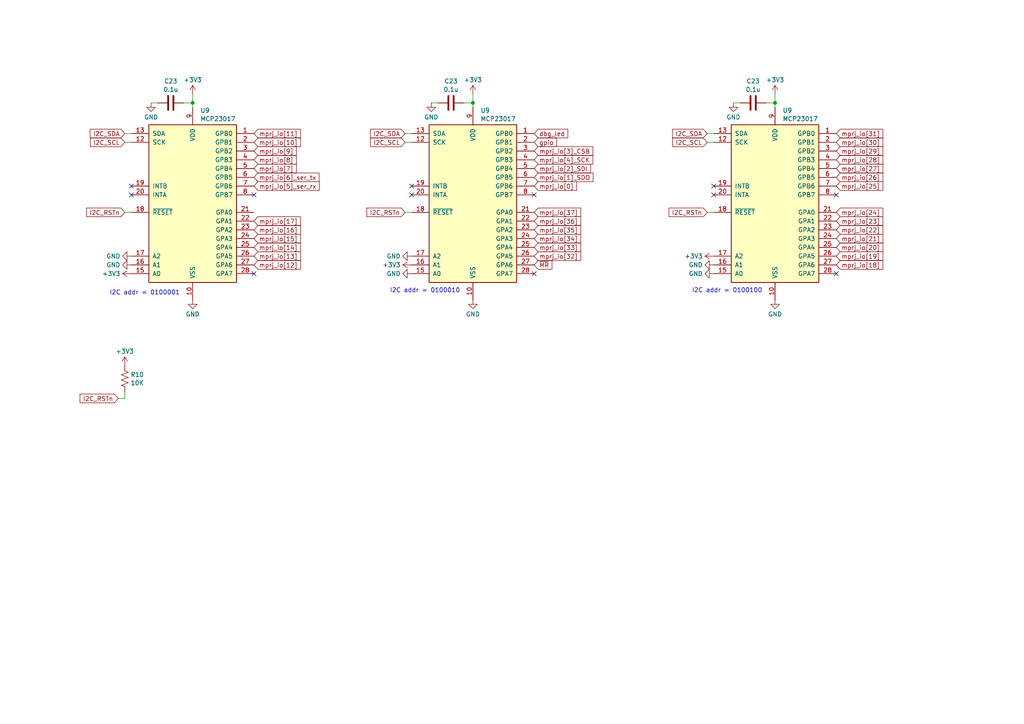
<source format=kicad_sch>
(kicad_sch (version 20230121) (generator eeschema)
  (paper "A4")
  (lib_symbols
    (symbol "Device:C" (pin_numbers hide) (pin_names (offset 0.254))
      (property "Reference" "C" (at 0.635 2.54 0))
      (property "Value" "C" (at 0.635 -2.54 0))
      (symbol "C_0_1"
        (polyline (pts (xy -2.032 -0.762) (xy 2.032 -0.762)) (stroke (width 0.508)))
        (polyline (pts (xy -2.032 0.762) (xy 2.032 0.762)) (stroke (width 0.508)))
      )
      (symbol "C_1_1"
        (pin passive line (at 0 3.81 270) (length 2.794) (name "~") (number "1"))
        (pin passive line (at 0 -3.81 90) (length 2.794) (name "~") (number "2"))
      )
    )
    (symbol "Device:R_US" (pin_numbers hide) (pin_names (offset 0))
      (property "Reference" "R" (at 2.54 0 90))
      (property "Value" "R_US" (at -2.54 0 90))
      (symbol "R_US_0_1"
        (polyline (pts (xy 0 -2.286) (xy 0 -2.54)))
        (polyline (pts (xy 0 2.286) (xy 0 2.54)))
        (polyline (pts (xy 0 -0.762) (xy 1.016 -1.143) (xy 0 -1.524) (xy -1.016 -1.905) (xy 0 -2.286)))
        (polyline (pts (xy 0 0.762) (xy 1.016 0.381) (xy 0 0) (xy -1.016 -0.381) (xy 0 -0.762)))
        (polyline (pts (xy 0 2.286) (xy 1.016 1.905) (xy 0 1.524) (xy -1.016 1.143) (xy 0 0.762)))
      )
      (symbol "R_US_1_1"
        (pin passive line (at 0 3.81 270) (length 1.27) (name "~") (number "1"))
        (pin passive line (at 0 -3.81 90) (length 1.27) (name "~") (number "2"))
      )
    )
    (symbol "Interface_Expansion:MCP23017_SO" (pin_names (offset 1.016))
      (property "Reference" "U" (at -11.43 24.13 0))
      (property "Value" "MCP23017_SO" (at 0 0 0))
      (symbol "MCP23017_SO_0_1"
        (rectangle (start -12.7 22.86) (end 12.7 -22.86) (stroke (width 0.254)) (fill (type background)))
      )
      (symbol "MCP23017_SO_1_1"
        (pin bidirectional line (at 17.78 20.32 180) (length 5.08) (name "GPB0") (number "1"))
        (pin power_in line (at 0 -27.94 90) (length 5.08) (name "VSS") (number "10"))
        (pin no_connect line (at -12.7 15.24 0) (length 5.08) hide (name "NC") (number "11"))
        (pin input line (at -17.78 17.78 0) (length 5.08) (name "SCK") (number "12"))
        (pin bidirectional line (at -17.78 20.32 0) (length 5.08) (name "SDA") (number "13"))
        (pin no_connect line (at -12.7 12.7 0) (length 5.08) hide (name "NC") (number "14"))
        (pin input line (at -17.78 -20.32 0) (length 5.08) (name "A0") (number "15"))
        (pin input line (at -17.78 -17.78 0) (length 5.08) (name "A1") (number "16"))
        (pin input line (at -17.78 -15.24 0) (length 5.08) (name "A2") (number "17"))
        (pin input line (at -17.78 -2.54 0) (length 5.08) (name "~{RESET}") (number "18"))
        (pin tri_state line (at -17.78 5.08 0) (length 5.08) (name "INTB") (number "19"))
        (pin bidirectional line (at 17.78 17.78 180) (length 5.08) (name "GPB1") (number "2"))
        (pin tri_state line (at -17.78 2.54 0) (length 5.08) (name "INTA") (number "20"))
        (pin bidirectional line (at 17.78 -2.54 180) (length 5.08) (name "GPA0") (number "21"))
        (pin bidirectional line (at 17.78 -5.08 180) (length 5.08) (name "GPA1") (number "22"))
        (pin bidirectional line (at 17.78 -7.62 180) (length 5.08) (name "GPA2") (number "23"))
        (pin bidirectional line (at 17.78 -10.16 180) (length 5.08) (name "GPA3") (number "24"))
        (pin bidirectional line (at 17.78 -12.7 180) (length 5.08) (name "GPA4") (number "25"))
        (pin bidirectional line (at 17.78 -15.24 180) (length 5.08) (name "GPA5") (number "26"))
        (pin bidirectional line (at 17.78 -17.78 180) (length 5.08) (name "GPA6") (number "27"))
        (pin bidirectional line (at 17.78 -20.32 180) (length 5.08) (name "GPA7") (number "28"))
        (pin bidirectional line (at 17.78 15.24 180) (length 5.08) (name "GPB2") (number "3"))
        (pin bidirectional line (at 17.78 12.7 180) (length 5.08) (name "GPB3") (number "4"))
        (pin bidirectional line (at 17.78 10.16 180) (length 5.08) (name "GPB4") (number "5"))
        (pin bidirectional line (at 17.78 7.62 180) (length 5.08) (name "GPB5") (number "6"))
        (pin bidirectional line (at 17.78 5.08 180) (length 5.08) (name "GPB6") (number "7"))
        (pin bidirectional line (at 17.78 2.54 180) (length 5.08) (name "GPB7") (number "8"))
        (pin power_in line (at 0 27.94 270) (length 5.08) (name "VDD") (number "9"))
      )
    )
    (symbol "power:+3V3" (power) (pin_names (offset 0))
      (property "Value" "+3V3" (at 0 3.556 0))
      (symbol "+3V3_0_1"
        (polyline (pts (xy -0.762 1.27) (xy 0 2.54)))
        (polyline (pts (xy 0 0) (xy 0 2.54)))
        (polyline (pts (xy 0 2.54) (xy 0.762 1.27)))
      )
      (symbol "+3V3_1_1"
        (pin power_in line (at 0 0 90) (length 0) hide (name "+3V3") (number "1"))
      )
    )
    (symbol "power:GND" (power) (pin_names (offset 0))
      (property "Value" "GND" (at 0 -3.81 0))
      (symbol "GND_0_1"
        (polyline (pts (xy 0 0) (xy 0 -1.27) (xy 1.27 -1.27) (xy 0 -2.54) (xy -1.27 -1.27) (xy 0 -1.27)))
      )
      (symbol "GND_1_1"
        (pin power_in line (at 0 0 270) (length 0) hide (name "GND") (number "1"))
      )
    )
  )
  (junction (at 224.79 29.845))
  (junction (at 55.88 29.845))
  (junction (at 137.16 29.845))
  (no_connect (at 38.1 53.975))
  (no_connect (at 242.57 56.515))
  (no_connect (at 119.38 53.975))
  (no_connect (at 207.01 53.975))
  (no_connect (at 73.66 79.375))
  (no_connect (at 207.01 56.515))
  (no_connect (at 38.1 56.515))
  (no_connect (at 242.57 79.375))
  (no_connect (at 119.38 56.515))
  (no_connect (at 73.66 56.515))
  (no_connect (at 154.94 56.515))
  (no_connect (at 154.94 79.375))
  (wire (pts (xy 34.29 115.57) (xy 36.195 115.57)))
  (wire (pts (xy 134.62 29.845) (xy 137.16 29.845)))
  (wire (pts (xy 125.095 29.845) (xy 127 29.845)))
  (wire (pts (xy 55.88 29.845) (xy 55.88 31.115)))
  (wire (pts (xy 36.195 38.735) (xy 38.1 38.735)))
  (wire (pts (xy 224.79 29.845) (xy 224.79 31.115)))
  (wire (pts (xy 212.725 29.845) (xy 214.63 29.845)))
  (wire (pts (xy 55.88 27.305) (xy 55.88 29.845)))
  (wire (pts (xy 205.105 41.275) (xy 207.01 41.275)))
  (wire (pts (xy 117.475 38.735) (xy 119.38 38.735)))
  (wire (pts (xy 36.195 41.275) (xy 38.1 41.275)))
  (wire (pts (xy 117.475 61.595) (xy 119.38 61.595)))
  (wire (pts (xy 117.475 41.275) (xy 119.38 41.275)))
  (wire (pts (xy 137.16 29.845) (xy 137.16 31.115)))
  (wire (pts (xy 205.105 38.735) (xy 207.01 38.735)))
  (wire (pts (xy 222.25 29.845) (xy 224.79 29.845)))
  (wire (pts (xy 224.79 27.305) (xy 224.79 29.845)))
  (wire (pts (xy 36.195 61.595) (xy 38.1 61.595)))
  (wire (pts (xy 53.34 29.845) (xy 55.88 29.845)))
  (wire (pts (xy 205.105 61.595) (xy 207.01 61.595)))
  (wire (pts (xy 36.195 113.665) (xy 36.195 115.57)))
  (wire (pts (xy 43.815 29.845) (xy 45.72 29.845)))
  (wire (pts (xy 137.16 27.305) (xy 137.16 29.845)))
  (text "I2C addr = 0100100" (at 200.66 85.09 0) (effects (font (size 1.27 1.27)) (justify left bottom)))
  (text "I2C addr = 0100001" (at 31.75 85.725 0) (effects (font (size 1.27 1.27)) (justify left bottom)))
  (text "I2C addr = 0100010" (at 113.03 85.09 0) (effects (font (size 1.27 1.27)) (justify left bottom)))
  (global_label "mprj_io[35]" (shape input) (at 154.94 66.675 0) (property "Intersheetrefs" "${INTERSHEET_REFS}" (effects hide)))
  (global_label "mprj_io[34]" (shape input) (at 154.94 69.215 0) (property "Intersheetrefs" "${INTERSHEET_REFS}" (effects hide)))
  (global_label "mprj_io[18]" (shape input) (at 242.57 76.835 0) (property "Intersheetrefs" "${INTERSHEET_REFS}" (effects hide)))
  (global_label "mprj_io[2]_SDI" (shape input) (at 154.94 48.895 0) (property "Intersheetrefs" "${INTERSHEET_REFS}" (effects hide)))
  (global_label "mprj_io[26]" (shape input) (at 242.57 51.435 0) (property "Intersheetrefs" "${INTERSHEET_REFS}" (effects hide)))
  (global_label "mprj_io[5]_ser_rx" (shape input) (at 73.66 53.975 0) (property "Intersheetrefs" "${INTERSHEET_REFS}" (effects hide)))
  (global_label "mprj_io[22]" (shape input) (at 242.57 66.675 0) (property "Intersheetrefs" "${INTERSHEET_REFS}" (effects hide)))
  (global_label "mprj_io[30]" (shape input) (at 242.57 41.275 0) (property "Intersheetrefs" "${INTERSHEET_REFS}" (effects hide)))
  (global_label "mprj_io[6]_ser_tx" (shape input) (at 73.66 51.435 0) (property "Intersheetrefs" "${INTERSHEET_REFS}" (effects hide)))
  (global_label "mprj_io[3]_CSB" (shape input) (at 154.94 43.815 0) (property "Intersheetrefs" "${INTERSHEET_REFS}" (effects hide)))
  (global_label "mprj_io[36]" (shape input) (at 154.94 64.135 0) (property "Intersheetrefs" "${INTERSHEET_REFS}" (effects hide)))
  (global_label "I2C_SCL" (shape input) (at 36.195 41.275 180) (property "Intersheetrefs" "${INTERSHEET_REFS}" (effects hide)))
  (global_label "mprj_io[37]" (shape input) (at 154.94 61.595 0) (property "Intersheetrefs" "${INTERSHEET_REFS}" (effects hide)))
  (global_label "mprj_io[0]" (shape input) (at 154.94 53.975 0) (property "Intersheetrefs" "${INTERSHEET_REFS}" (effects hide)))
  (global_label "mprj_io[31]" (shape input) (at 242.57 38.735 0) (property "Intersheetrefs" "${INTERSHEET_REFS}" (effects hide)))
  (global_label "mprj_io[8]" (shape input) (at 73.66 46.355 0) (property "Intersheetrefs" "${INTERSHEET_REFS}" (effects hide)))
  (global_label "mprj_io[15]" (shape input) (at 73.66 69.215 0) (property "Intersheetrefs" "${INTERSHEET_REFS}" (effects hide)))
  (global_label "mprj_io[32]" (shape input) (at 154.94 74.295 0) (property "Intersheetrefs" "${INTERSHEET_REFS}" (effects hide)))
  (global_label "I2C_SCL" (shape input) (at 205.105 41.275 180) (property "Intersheetrefs" "${INTERSHEET_REFS}" (effects hide)))
  (global_label "I2C_SCL" (shape input) (at 117.475 41.275 180) (property "Intersheetrefs" "${INTERSHEET_REFS}" (effects hide)))
  (global_label "mprj_io[7]" (shape input) (at 73.66 48.895 0) (property "Intersheetrefs" "${INTERSHEET_REFS}" (effects hide)))
  (global_label "mprj_io[23]" (shape input) (at 242.57 64.135 0) (property "Intersheetrefs" "${INTERSHEET_REFS}" (effects hide)))
  (global_label "I2C_SDA" (shape input) (at 205.105 38.735 180) (property "Intersheetrefs" "${INTERSHEET_REFS}" (effects hide)))
  (global_label "mprj_io[24]" (shape input) (at 242.57 61.595 0) (property "Intersheetrefs" "${INTERSHEET_REFS}" (effects hide)))
  (global_label "mprj_io[4]_SCK" (shape input) (at 154.94 46.355 0) (property "Intersheetrefs" "${INTERSHEET_REFS}" (effects hide)))
  (global_label "mprj_io[19]" (shape input) (at 242.57 74.295 0) (property "Intersheetrefs" "${INTERSHEET_REFS}" (effects hide)))
  (global_label "mprj_io[25]" (shape input) (at 242.57 53.975 0) (property "Intersheetrefs" "${INTERSHEET_REFS}" (effects hide)))
  (global_label "I2C_RSTn" (shape input) (at 117.475 61.595 180) (property "Intersheetrefs" "${INTERSHEET_REFS}" (effects hide)))
  (global_label "mprj_io[27]" (shape input) (at 242.57 48.895 0) (property "Intersheetrefs" "${INTERSHEET_REFS}" (effects hide)))
  (global_label "mprj_io[12]" (shape input) (at 73.66 76.835 0) (property "Intersheetrefs" "${INTERSHEET_REFS}" (effects hide)))
  (global_label "~{MR}" (shape input) (at 154.94 76.835 0) (property "Intersheetrefs" "${INTERSHEET_REFS}" (effects hide)))
  (global_label "I2C_RSTn" (shape input) (at 34.29 115.57 180) (property "Intersheetrefs" "${INTERSHEET_REFS}" (effects hide)))
  (global_label "mprj_io[29]" (shape input) (at 242.57 43.815 0) (property "Intersheetrefs" "${INTERSHEET_REFS}" (effects hide)))
  (global_label "I2C_RSTn" (shape input) (at 36.195 61.595 180) (property "Intersheetrefs" "${INTERSHEET_REFS}" (effects hide)))
  (global_label "I2C_RSTn" (shape input) (at 205.105 61.595 180) (property "Intersheetrefs" "${INTERSHEET_REFS}" (effects hide)))
  (global_label "gpio" (shape input) (at 154.94 41.275 0) (property "Intersheetrefs" "${INTERSHEET_REFS}" (effects hide)))
  (global_label "mprj_io[16]" (shape input) (at 73.66 66.675 0) (property "Intersheetrefs" "${INTERSHEET_REFS}" (effects hide)))
  (global_label "dbg_led" (shape input) (at 154.94 38.735 0) (property "Intersheetrefs" "${INTERSHEET_REFS}" (effects hide)))
  (global_label "mprj_io[28]" (shape input) (at 242.57 46.355 0) (property "Intersheetrefs" "${INTERSHEET_REFS}" (effects hide)))
  (global_label "mprj_io[21]" (shape input) (at 242.57 69.215 0) (property "Intersheetrefs" "${INTERSHEET_REFS}" (effects hide)))
  (global_label "mprj_io[17]" (shape input) (at 73.66 64.135 0) (property "Intersheetrefs" "${INTERSHEET_REFS}" (effects hide)))
  (global_label "mprj_io[9]" (shape input) (at 73.66 43.815 0) (property "Intersheetrefs" "${INTERSHEET_REFS}" (effects hide)))
  (global_label "mprj_io[11]" (shape input) (at 73.66 38.735 0) (property "Intersheetrefs" "${INTERSHEET_REFS}" (effects hide)))
  (global_label "mprj_io[13]" (shape input) (at 73.66 74.295 0) (property "Intersheetrefs" "${INTERSHEET_REFS}" (effects hide)))
  (global_label "mprj_io[10]" (shape input) (at 73.66 41.275 0) (property "Intersheetrefs" "${INTERSHEET_REFS}" (effects hide)))
  (global_label "mprj_io[14]" (shape input) (at 73.66 71.755 0) (property "Intersheetrefs" "${INTERSHEET_REFS}" (effects hide)))
  (global_label "I2C_SDA" (shape input) (at 36.195 38.735 180) (property "Intersheetrefs" "${INTERSHEET_REFS}" (effects hide)))
  (global_label "I2C_SDA" (shape input) (at 117.475 38.735 180) (property "Intersheetrefs" "${INTERSHEET_REFS}" (effects hide)))
  (global_label "mprj_io[33]" (shape input) (at 154.94 71.755 0) (property "Intersheetrefs" "${INTERSHEET_REFS}" (effects hide)))
  (global_label "mprj_io[1]_SDO" (shape input) (at 154.94 51.435 0) (property "Intersheetrefs" "${INTERSHEET_REFS}" (effects hide)))
  (global_label "mprj_io[20]" (shape input) (at 242.57 71.755 0) (property "Intersheetrefs" "${INTERSHEET_REFS}" (effects hide)))
  (symbol (lib_id "power:GND") (at 119.38 79.375 270) (unit 1)
    (property "Reference" "#PWR054" (effects hide))
    (property "Value" "GND" (at 116.2051 79.375 90) (effects (justify right)))
    (instances (project "mpw3-common" (path "" (reference "#PWR054") (unit 1)) (path "" (reference "#PWR061") (unit 1))))
  )
  (symbol (lib_id "power:+3V3") (at 55.88 27.305 0) (unit 1)
    (property "Reference" "#PWR057" (effects hide))
    (property "Value" "+3V3" (at 55.88 23.1719 0))
  )
  (symbol (lib_id "Device:C") (at 218.44 29.845 270) (unit 1)
    (property "Reference" "C23" (at 218.44 23.5417 90))
    (property "Value" "0.1u" (at 218.44 25.9659 90))
    (property "Footprint" "Capacitor_SMD:C_0603_1608Metric" (effects hide))
    (property "LCSC" "C14663" (effects hide))
    (instances (project "mpw3-common" (path "" (reference "C23") (unit 1)) (path "" (reference "C25") (unit 1))))
  )
  (symbol (lib_id "power:GND") (at 207.01 76.835 270) (unit 1)
    (property "Reference" "#PWR054" (effects hide))
    (property "Value" "GND" (at 203.8351 76.835 90) (effects (justify right)))
    (instances (project "mpw3-common" (path "" (reference "#PWR054") (unit 1)) (path "" (reference "#PWR068") (unit 1))))
  )
  (symbol (lib_id "power:GND") (at 38.1 76.835 270) (unit 1)
    (property "Reference" "#PWR054" (effects hide))
    (property "Value" "GND" (at 34.9251 76.835 90) (effects (justify right)))
  )
  (symbol (lib_id "Interface_Expansion:MCP23017_SO") (at 55.88 59.055 0) (unit 1)
    (property "Reference" "U9" (at 58.0741 32.0507 0) (effects (justify left)))
    (property "Value" "MCP23017" (at 58.0741 34.4749 0) (effects (justify left)))
    (property "Footprint" "Package_SO:SOIC-28W_7.5x17.9mm_P1.27mm" (effects hide))
    (property "Datasheet" "http://ww1.microchip.com/downloads/en/DeviceDoc/20001952C.pdf" (effects hide))
    (property "LCSC" "C629440" (effects hide))
  )
  (symbol (lib_id "Interface_Expansion:MCP23017_SO") (at 224.79 59.055 0) (unit 1)
    (property "Reference" "U9" (at 226.9841 32.0507 0) (effects (justify left)))
    (property "Value" "MCP23017" (at 226.9841 34.4749 0) (effects (justify left)))
    (property "Footprint" "Package_SO:SOIC-28W_7.5x17.9mm_P1.27mm" (effects hide))
    (property "Datasheet" "http://ww1.microchip.com/downloads/en/DeviceDoc/20001952C.pdf" (effects hide))
    (property "LCSC" "C629440" (effects hide))
    (instances (project "mpw3-common" (path "" (reference "U9") (unit 1)) (path "" (reference "U11") (unit 1))))
  )
  (symbol (lib_id "Device:C") (at 130.81 29.845 270) (unit 1)
    (property "Reference" "C23" (at 130.81 23.5417 90))
    (property "Value" "0.1u" (at 130.81 25.9659 90))
    (property "Footprint" "Capacitor_SMD:C_0603_1608Metric" (effects hide))
    (property "LCSC" "C14663" (effects hide))
    (instances (project "mpw3-common" (path "" (reference "C23") (unit 1)) (path "" (reference "C24") (unit 1))))
  )
  (symbol (lib_id "power:+3V3") (at 224.79 27.305 0) (unit 1)
    (property "Reference" "#PWR057" (effects hide))
    (property "Value" "+3V3" (at 224.79 23.1719 0))
    (instances (project "mpw3-common" (path "" (reference "#PWR057") (unit 1)) (path "" (reference "#PWR071") (unit 1))))
  )
  (symbol (lib_id "power:GND") (at 125.095 29.845 0) (mirror y) (unit 1)
    (property "Reference" "#PWR056" (effects hide))
    (property "Value" "GND" (at 125.095 33.9781 0))
    (instances (project "mpw3-common" (path "" (reference "#PWR056") (unit 1)) (path "" (reference "#PWR063") (unit 1))))
  )
  (symbol (lib_id "power:GND") (at 137.16 86.995 0) (unit 1)
    (property "Reference" "#PWR058" (effects hide))
    (property "Value" "GND" (at 137.16 91.1281 0))
    (instances (project "mpw3-common" (path "" (reference "#PWR058") (unit 1)) (path "" (reference "#PWR065") (unit 1))))
  )
  (symbol (lib_id "Device:C") (at 49.53 29.845 270) (unit 1)
    (property "Reference" "C23" (at 49.53 23.5417 90))
    (property "Value" "0.1u" (at 49.53 25.9659 90))
    (property "Footprint" "Capacitor_SMD:C_0603_1608Metric" (effects hide))
    (property "LCSC" "C14663" (effects hide))
  )
  (symbol (lib_id "power:GND") (at 207.01 79.375 270) (unit 1)
    (property "Reference" "#PWR053" (effects hide))
    (property "Value" "GND" (at 203.8351 79.375 90) (effects (justify right)))
    (instances (project "mpw3-common" (path "" (reference "#PWR053") (unit 1)) (path "" (reference "#PWR067") (unit 1))))
  )
  (symbol (lib_id "power:+3V3") (at 119.38 76.835 90) (unit 1)
    (property "Reference" "#PWR055" (effects hide))
    (property "Value" "+3V3" (at 116.205 76.835 90) (effects (justify left)))
    (instances (project "mpw3-common" (path "" (reference "#PWR055") (unit 1)) (path "" (reference "#PWR062") (unit 1))))
  )
  (symbol (lib_id "power:+3V3") (at 137.16 27.305 0) (unit 1)
    (property "Reference" "#PWR057" (effects hide))
    (property "Value" "+3V3" (at 137.16 23.1719 0))
    (instances (project "mpw3-common" (path "" (reference "#PWR057") (unit 1)) (path "" (reference "#PWR064") (unit 1))))
  )
  (symbol (lib_id "Interface_Expansion:MCP23017_SO") (at 137.16 59.055 0) (unit 1)
    (property "Reference" "U9" (at 139.3541 32.0507 0) (effects (justify left)))
    (property "Value" "MCP23017" (at 139.3541 34.4749 0) (effects (justify left)))
    (property "Footprint" "Package_SO:SOIC-28W_7.5x17.9mm_P1.27mm" (effects hide))
    (property "Datasheet" "http://ww1.microchip.com/downloads/en/DeviceDoc/20001952C.pdf" (effects hide))
    (property "LCSC" "C629440" (effects hide))
    (instances (project "mpw3-common" (path "" (reference "U9") (unit 1)) (path "" (reference "U10") (unit 1))))
  )
  (symbol (lib_id "power:GND") (at 212.725 29.845 0) (mirror y) (unit 1)
    (property "Reference" "#PWR056" (effects hide))
    (property "Value" "GND" (at 212.725 33.9781 0))
    (instances (project "mpw3-common" (path "" (reference "#PWR056") (unit 1)) (path "" (reference "#PWR070") (unit 1))))
  )
  (symbol (lib_id "power:+3V3") (at 36.195 106.045 0) (unit 1)
    (property "Reference" "#PWR052" (effects hide))
    (property "Value" "+3V3" (at 36.195 101.9119 0))
    (instances (project "mpw3-common" (path "" (reference "#PWR052") (unit 1)) (path "" (reference "#PWR020") (unit 1))))
  )
  (symbol (lib_id "Device:R_US") (at 36.195 109.855 0) (unit 1)
    (property "Reference" "R10" (at 37.846 108.6429 0) (effects (justify left)))
    (property "Value" "10K" (at 37.846 111.0671 0) (effects (justify left)))
    (property "Footprint" "Resistor_SMD:R_0805_2012Metric" (effects hide))
    (instances (project "mpw3-common" (path "" (reference "R10") (unit 1)) (path "" (reference "R11") (unit 1))))
  )
  (symbol (lib_id "power:+3V3") (at 38.1 79.375 90) (unit 1)
    (property "Reference" "#PWR055" (effects hide))
    (property "Value" "+3V3" (at 34.925 79.375 90) (effects (justify left)))
  )
  (symbol (lib_id "power:GND") (at 55.88 86.995 0) (unit 1)
    (property "Reference" "#PWR058" (effects hide))
    (property "Value" "GND" (at 55.88 91.1281 0))
  )
  (symbol (lib_id "power:GND") (at 38.1 74.295 270) (unit 1)
    (property "Reference" "#PWR053" (effects hide))
    (property "Value" "GND" (at 34.9251 74.295 90) (effects (justify right)))
  )
  (symbol (lib_id "power:+3V3") (at 207.01 74.295 90) (unit 1)
    (property "Reference" "#PWR055" (effects hide))
    (property "Value" "+3V3" (at 203.835 74.295 90) (effects (justify left)))
    (instances (project "mpw3-common" (path "" (reference "#PWR055") (unit 1)) (path "" (reference "#PWR069") (unit 1))))
  )
  (symbol (lib_id "power:GND") (at 224.79 86.995 0) (unit 1)
    (property "Reference" "#PWR058" (effects hide))
    (property "Value" "GND" (at 224.79 91.1281 0))
    (instances (project "mpw3-common" (path "" (reference "#PWR058") (unit 1)) (path "" (reference "#PWR072") (unit 1))))
  )
  (symbol (lib_id "power:GND") (at 119.38 74.295 270) (unit 1)
    (property "Reference" "#PWR053" (effects hide))
    (property "Value" "GND" (at 116.2051 74.295 90) (effects (justify right)))
    (instances (project "mpw3-common" (path "" (reference "#PWR053") (unit 1)) (path "" (reference "#PWR060") (unit 1))))
  )
  (symbol (lib_id "power:GND") (at 43.815 29.845 0) (mirror y) (unit 1)
    (property "Reference" "#PWR056" (effects hide))
    (property "Value" "GND" (at 43.815 33.9781 0))
  )
)
</source>
